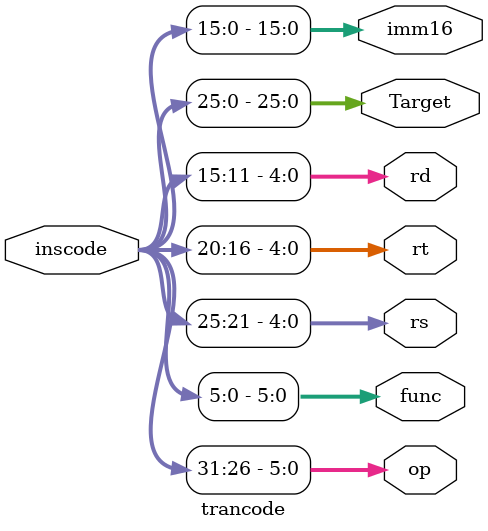
<source format=v>
module trancode (inscode,op,rs,rt,rd,Target,imm16,func);
input [31:0] inscode;
output [5:0] op,func;
output [4:0]rs,rt,rd;
output [25:0] Target;
output [15:0] imm16;
//output [5:0] func;
assign op=inscode[31:26];
assign rs=inscode[25:21];
assign rt=inscode[20:16];
assign rd=inscode[15:11];
assign imm16=inscode[15:0];
assign Target=inscode[25:0];
assign  func=inscode[5:0];
endmodule 
</source>
